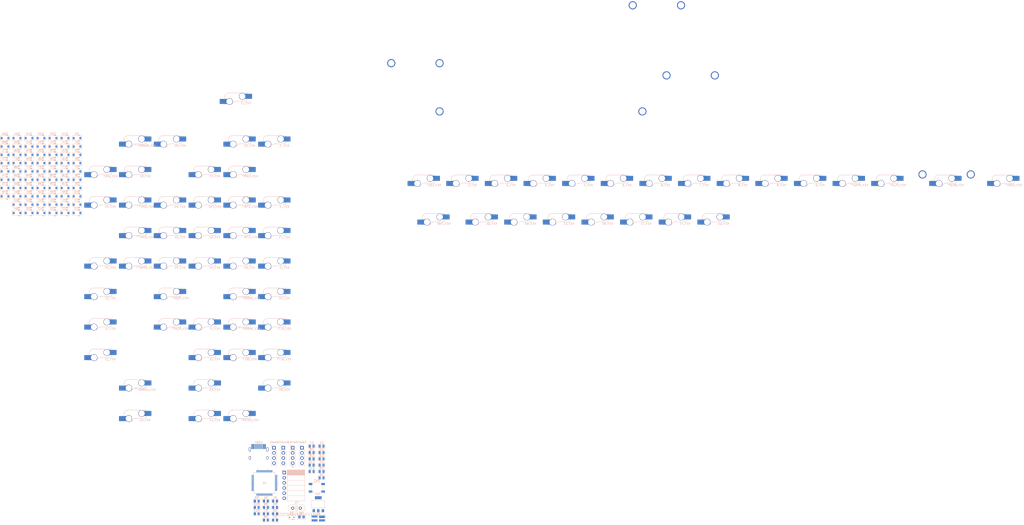
<source format=kicad_pcb>
(kicad_pcb (version 20241229) (generator "pcbnew") (generator_version "9.0")
  (layers (0 "F.Cu" signal) (4 "In1.Cu" signal) (6 "In2.Cu" signal) (2 "B.Cu" signal) (13 "F.Paste" user) (15 "B.Paste" user) (5 "F.SilkS" user "F.Silkscreen") (7 "B.SilkS" user "B.Silkscreen") (1 "F.Mask" user) (3 "B.Mask" user) (25 "Edge.Cuts" user))
  (net 0 "")
  (net 1 "GND")
  (net 2 "+3.3V")
  (net 3 "+5V")
  (net 4 "Net-(D3-A)")
  (net 5 "Net-(D4-A)")
  (net 6 "Net-(D5-A)")
  (net 7 "Net-(D6-A)")
  (net 8 "Net-(D7-A)")
  (net 9 "Net-(D8-A)")
  (net 10 "Net-(D9-A)")
  (net 11 "Net-(D10-A)")
  (net 12 "Net-(D11-A)")
  (net 13 "Net-(D12-A)")
  (net 14 "Net-(D13-A)")
  (net 15 "Net-(D14-A)")
  (net 16 "Net-(D15-A)")
  (net 17 "Net-(D16-A)")
  (net 18 "Net-(D17-A)")
  (net 19 "Net-(D18-A)")
  (net 20 "Net-(D19-A)")
  (net 21 "Net-(D20-A)")
  (net 22 "Net-(D21-A)")
  (net 23 "Net-(D22-A)")
  (net 24 "Net-(D23-A)")
  (net 25 "Net-(D29-A)")
  (net 26 "Net-(D30-A)")
  (net 27 "Net-(D31-A)")
  (net 28 "Net-(D32-A)")
  (net 29 "Net-(D33-A)")
  (net 30 "Net-(D24-A)")
  (net 31 "Net-(D25-A)")
  (net 32 "Net-(D26-A)")
  (net 33 "Net-(D27-A)")
  (net 34 "Net-(D28-A)")
  (net 35 "Net-(D34-A)")
  (net 36 "/COL2")
  (net 37 "/COL3")
  (net 38 "/COL4")
  (net 39 "/COL5")
  (net 40 "/COL1")
  (net 41 "/ROT_TIMB")
  (net 42 "/ROT_TIMA")
  (net 43 "Net-(U1-OSCIN)")
  (net 44 "Net-(U1-OSCOUT)")
  (net 45 "Net-(U1-VCAP)")
  (net 46 "/NRST")
  (net 47 "/D+")
  (net 48 "/D-")
  (net 49 "/ROW1")
  (net 50 "/ROW2")
  (net 51 "/ROW3")
  (net 52 "/ROW4")
  (net 53 "/ROW5")
  (net 54 "Net-(D35-A)")
  (net 55 "/ROT_SW")
  (net 56 "/UART_TX_EAST")
  (net 57 "/UART_RX_EAST")
  (net 58 "Net-(U1-VDDA)")
  (net 59 "/RGB_DATAIN")
  (net 60 "Net-(D36-A)")
  (net 61 "Net-(D37-A)")
  (net 62 "Net-(D38-A)")
  (net 63 "Net-(D39-A)")
  (net 64 "Net-(D40-A)")
  (net 65 "Net-(D41-A)")
  (net 66 "Net-(D42-A)")
  (net 67 "Net-(D43-A)")
  (net 68 "Net-(D44-A)")
  (net 69 "Net-(D45-A)")
  (net 70 "Net-(D46-A)")
  (net 71 "Net-(D47-A)")
  (net 72 "Net-(D48-A)")
  (net 73 "Net-(D50-A)")
  (net 74 "Net-(D51-A)")
  (net 75 "Net-(D52-A)")
  (net 76 "Net-(D53-A)")
  (net 77 "Net-(D54-A)")
  (net 78 "Net-(D55-A)")
  (net 79 "Net-(D56-A)")
  (net 80 "Net-(D57-A)")
  (net 81 "Net-(D58-A)")
  (net 82 "/UART_TX_NORTH")
  (net 83 "/UART_RX_NORTH")
  (net 84 "Net-(USB1-CC2)")
  (net 85 "Net-(USB1-CC1)")
  (net 86 "Net-(U1-PA11)")
  (net 87 "Net-(U1-PA12)")
  (net 88 "Net-(U1-BOOT)")
  (net 89 "/JTCLK")
  (net 90 "Net-(J1-Pin_2)")
  (net 91 "/JTMS")
  (net 92 "Net-(J1-Pin_4)")
  (net 93 "Net-(J1-Pin_5)")
  (net 94 "Net-(J1-Pin_6)")
  (net 95 "/SWO")
  (net 96 "/UART_TX_SOUTH")
  (net 97 "/UART_RX_SOUTH")
  (net 99 "AGND")
  (net 100 "Net-(D59-A)")
  (net 101 "/UART_TX_WEST")
  (net 104 "Net-(D60-A)")
  (net 105 "Net-(D61-A)")
  (net 106 "Net-(D62-A)")
  (net 109 "Net-(D64-A)")
  (net 111 "Net-(D65-A)")
  (net 112 "Net-(D68-A)")
  (net 113 "/UART_RX_WEST")
  (net 114 "Net-(D71-A)")
  (net 115 "Net-(D72-A)")
  (net 116 "Net-(D73-A)")
  (net 119 "Net-(D2-A)")
  (net 124 "Net-(D74-A)")
  (net 125 "Net-(D75-A)")
  (net 126 "Net-(D76-A)")
  (net 127 "/COL12")
  (net 128 "/COL9")
  (net 129 "/COL10")
  (net 130 "/COL11")
  (net 131 "/COL6")
  (net 132 "/COL7")
  (net 133 "/COL8")
  (net 134 "/COL14")
  (net 135 "/COL13")
  (net 136 "/COL15")
  (footprint "PCM_marbastlib-mx:STAB_MX_P_6.25u" (layer "F.Cu") (at 95.25 4.7625)
    (property "Reference" "Space_Stab1" (hide yes))
    (property "Value" "MX_stab")
  )
  (footprint "PCM_marbastlib-mx:STAB_MX_P_2u" (layer "F.Cu") (at 295.275 35.8775)
    (property "Reference" "BackspStab1" (hide yes))
    (property "Value" "MX_stab")
  )
  (footprint "PCM_marbastlib-mx:STAB_MX_P_2u" (layer "F.Cu") (at 169.06875 -13.0175)
    (property "Reference" "RightStab1" (hide yes))
    (property "Value" "MX_stab")
  )
  (footprint "PCM_marbastlib-mx:STAB_MX_P_2.25u" (layer "F.Cu") (at 33.3375 -19.05)
    (property "Reference" "LeftStab1" (hide yes))
    (property "Value" "MX_stab")
  )
  (footprint "PCM_marbastlib-mx:STAB_MX_P_2.25u" (layer "F.Cu") (at 152.4 -47.625)
    (property "Reference" "EnterStab1" (hide yes))
    (property "Value" "MX_stab")
  )
  (footprint "PCM_Resistor_SMD_AKL:R_0805_2012Metric" (layer "B.Cu") (at -40.389 193.232 180)
    (property "Reference" "R6")
    (property "Value" "22" (hide yes))
  )
  (footprint "PCM_marbastlib-mx:SW_MX_HS_CPG151101S11_1u" (layer "B.Cu") (at 57.15 35.8775 180)
    (property "Reference" "KEY_1")
    (property "Value" "MX_SW_HS")
  )
  (footprint "PCM_marbastlib-mx:SW_MX_HS_CPG151101S11_1u" (layer "B.Cu") (at -87.038824 76.667 180)
    (property "Reference" "KEY_P1")
    (property "Value" "MX_SW_HS")
  )
  (footprint "PCM_Diode_SMD_AKL:D_SOD-123" (layer "B.Cu") (at -151.269 23.292 180)
    (property "Reference" "D36")
    (property "Value" "1N4148W" (hide yes))
  )
  (footprint "PCM_Capacitor_SMD_AKL:C_0805_2012Metric" (layer "B.Cu") (at -17.821682 166.122 180)
    (property "Reference" "C8")
    (property "Value" "10uF" (hide yes))
  )
  (footprint "PCM_marbastlib-mx:SW_MX_HS_CPG151101S11_1u" (layer "B.Cu") (at 323.85 35.8775 180)
    (property "Reference" "KEY_HOME1")
    (property "Value" "MX_SW_HS")
  )
  (footprint "PCM_Diode_SMD_AKL:D_SOD-123" (layer "B.Cu") (at -163.109 15.092 180)
    (property "Reference" "D55")
    (property "Value" "1N4148W" (hide yes))
  )
  (footprint "PCM_marbastlib-mx:SW_MX_HS_CPG151101S11_1u" (layer "B.Cu") (at -35.588824 61.617 180)
    (property "Reference" "KEY_/1")
    (property "Value" "MX_SW_HS")
  )
  (footprint "PCM_Diode_SMD_AKL:D_SOD-123" (layer "B.Cu") (at -169.029 19.192 180)
    (property "Reference" "D71")
    (property "Value" "1N4148W" (hide yes))
  )
  (footprint "PCM_marbastlib-mx:SW_MX_HS_CPG151101S11_1u" (layer "B.Cu") (at 228.6 35.8775 180)
    (property "Reference" "KEY_0")
    (property "Value" "MX_SW_HS")
  )
  (footprint "PCM_marbastlib-mx:SW_MX_HS_CPG151101S11_1u" (layer "B.Cu") (at -87.038824 16.467 180)
    (property "Reference" "KEY_M1")
    (property "Value" "MX_SW_HS")
  )
  (footprint "PCM_Diode_SMD_AKL:D_SOD-123" (layer "B.Cu") (at -151.269 31.492 180)
    (property "Reference" "D38")
    (property "Value" "1N4148W" (hide yes))
  )
  (footprint "PCM_Diode_SMD_AKL:D_SOD-123" (layer "B.Cu") (at -139.429 47.892 180)
    (property "Reference" "D22")
    (property "Value" "1N4148W" (hide yes))
  )
  (footprint "PCM_marbastlib-mx:SW_MX_HS_CPG151101S11_1u" (layer "B.Cu") (at -104.188824 151.917 180)
    (property "Reference" "KEY_V1")
    (property "Value" "MX_SW_HS")
  )
  (footprint "PCM_marbastlib-mx:SW_MX_HS_CPG151101S11_1u" (layer "B.Cu") (at -69.888824 151.917 180)
    (property "Reference" "KEY_L1")
    (property "Value" "MX_SW_HS")
  )
  (footprint "PCM_Diode_SMD_AKL:D_SOD-123" (layer "B.Cu") (at -145.349 35.592 180)
    (property "Reference" "D29")
    (property "Value" "1N4148W" (hide yes))
  )
  (footprint "PCM_marbastlib-mx:SW_MX_HS_CPG151101S11_1u" (layer "B.Cu") (at 180.975 54.9275 180)
    (property "Reference" "KEY_U1")
    (property "Value" "MX_SW_HS")
  )
  (footprint "PCM_Resistor_SMD_AKL:R_0805_2012Metric" (layer "B.Cu") (at -44.909 196.352 180)
    (property "Reference" "R13")
    (property "Value" "DNP" (hide yes))
  )
  (footprint "PCM_marbastlib-mx:SW_MX_HS_CPG151101S11_1u" (layer "B.Cu") (at -104.188824 16.467 180)
    (property "Reference" "KEY_RARROW1")
    (property "Value" "MX_SW_HS")
  )
  (footprint "PCM_Diode_SMD_AKL:D_SOD-123" (layer "B.Cu") (at -139.429 31.492 180)
    (property "Reference" "D18")
    (property "Value" "1N4148W" (hide yes))
  )
  (footprint "PCM_Diode_SMD_AKL:D_SOD-123" (layer "B.Cu") (at -133.509 10.992 180)
    (property "Reference" "D3")
    (property "Value" "1N4148W" (hide yes))
  )
  (footprint "PCM_marbastlib-mx:SW_MX_HS_CPG151101S11_1u" (layer "B.Cu") (at -52.738824 46.567 180)
    (property "Reference" "KEY_CTRL1")
    (property "Value" "MX_SW_HS")
  )
  (footprint "PCM_Diode_SMD_AKL:D_SOD-123" (layer "B.Cu") (at -145.349 10.992 180)
    (property "Reference" "D23")
    (property "Value" "1N4148W" (hide yes))
  )
  (footprint "PCM_marbastlib-mx:SW_MX_HS_CPG151101S11_1u" (layer "B.Cu") (at -104.188824 76.667 180)
    (property "Reference" "KEY_SPACE1")
    (property "Value" "MX_SW_HS")
  )
  (footprint "PCM_marbastlib-mx:SW_MX_HS_CPG151101S11_1u" (layer "B.Cu") (at -52.738824 76.667 180)
    (property "Reference" "KEY_D1")
    (property "Value" "MX_SW_HS")
  )
  (footprint "PCM_Diode_SMD_AKL:D_SOD-123" (layer "B.Cu") (at -163.109 31.492 180)
    (property "Reference" "D59")
    (property "Value" "1N4148W" (hide yes))
  )
  (footprint "PCM_Diode_SMD_AKL:D_SOD-123" (layer "B.Cu") (at -169.029 10.992 180)
    (property "Reference" "D65")
    (property "Value" "1N4148W" (hide yes))
  )
  (footprint "Connector_PinSocket_2.54mm:PinSocket_1x04_P2.54mm_Vertical" (layer "B.Cu") (at -27.184 163.767 180)
    (property "Reference" "North1")
    (property "Value" "Conn_01x04")
  )
  (footprint "PCM_Resistor_SMD_AKL:R_0805_2012Metric" (layer "B.Cu") (at -40.389 190.112 180)
    (property "Reference" "R5")
    (property "Value" "10k" (hide yes))
  )
  (footprint "PCM_Resistor_SMD_AKL:R_0805_2012Metric" (layer "B.Cu") (at -44.909 193.232 180)
    (property "Reference" "R10")
    (property "Value" "DNP" (hide yes))
  )
  (footprint "Connector_PinSocket_2.54mm:PinSocket_1x04_P2.54mm_Vertical" (layer "B.Cu") (at -36.384 163.767 180)
    (property "Reference" "West1")
    (property "Value" "Conn_01x04")
  )
  (footprint "PCM_Diode_SMD_AKL:D_SOD-123" (layer "B.Cu") (at -151.269 39.692 180)
    (property "Reference" "D40")
    (property "Value" "1N4148W" (hide yes))
  )
  (footprint "PCM_marbastlib-mx:SW_MX_HS_CPG151101S11_1u" (layer "B.Cu") (at -121.338824 46.567 180)
    (property "Reference" "KEY_X1")
    (property "Value" "MX_SW_HS")
  )
  (footprint "PCM_Diode_SMD_AKL:D_SOD-123" (layer "B.Cu") (at -145.349 23.292 180)
    (property "Reference" "D26")
    (property "Value" "1N4148W" (hide yes))
  )
  (footprint "PCM_Diode_SMD_AKL:D_SOD-123" (layer "B.Cu") (at -163.109 43.792 180)
    (property "Reference" "D62")
    (property "Value" "1N4148W" (hide yes))
  )
  (footprint "PCM_Diode_SMD_AKL:D_SOD-123" (layer "B.Cu") (at -139.429 27.392 180)
    (property "Reference" "D17")
    (property "Value" "1N4148W" (hide yes))
  )
  (footprint "PCM_marbastlib-mx:SW_MX_HS_CPG151101S11_1u" (layer "B.Cu") (at 76.2 35.8775 180)
    (property "Reference" "KEY_2")
    (property "Value" "MX_SW_HS")
  )
  (footprint "PCM_Diode_SMD_AKL:D_SOD-123" (layer "B.Cu") (at -139.429 15.092 180)
    (property "Reference" "D14")
    (property "Value" "1N4148W" (hide yes))
  )
  (footprint "PCM_marbastlib-mx:SW_MX_HS_CPG151101S11_1u" (layer "B.Cu") (at -69.888824 76.667 180)
    (property "Reference" "KEY_H1")
    (property "Value" "MX_SW_HS")
  )
  (footprint "PCM_marbastlib-mx:SW_MX_HS_CPG151101S11_1u" (layer "B.Cu") (at 190.5 35.8775 180)
    (property "Reference" "KEY_8")
    (property "Value" "MX_SW_HS")
  )
  (footprint "PCM_marbastlib-mx:SW_MX_HS_CPG151101S11_1u" (layer "B.Cu") (at 152.4 35.8775 180)
    (property "Reference" "KEY_6")
    (property "Value" "MX_SW_HS")
  )
  (footprint "PCM_Diode_SMD_AKL:D_SOD-123" (layer "B.Cu") (at -151.269 47.892 180)
    (property "Reference" "D42")
    (property "Value" "1N4148W" (hide yes))
  )
  (footprint "PCM_marbastlib-mx:SW_MX_HS_CPG151101S11_1u" (layer "B.Cu") (at -69.888824 46.567 180)
    (property "Reference" "KEY_FN1")
    (property "Value" "MX_SW_HS")
  )
  (footprint "PCM_marbastlib-mx:SW_MX_HS_CPG151101S11_1u" (layer "B.Cu") (at 38.0775 35.8775 180)
    (property "Reference" "KEY_ESC1")
    (property "Value" "MX_SW_HS")
  )
  (footprint "PCM_Diode_SMD_AKL:D_SOD-123" (layer "B.Cu") (at -151.269 10.992 180)
    (property "Reference" "D33")
    (property "Value" "1N4148W" (hide yes))
  )
  (footprint "PCM_marbastlib-mx:SW_MX_HS_CPG151101S11_1u" (layer "B.Cu") (at 95.25 35.8775 180)
    (property "Reference" "KEY_3")
    (property "Value" "MX_SW_HS")
  )
  (footprint "PCM_marbastlib-mx:SW_MX_HS_CPG151101S11_1u" (layer "B.Cu") (at -35.588824 91.717 180)
    (property "Reference" "KEY_A1")
    (property "Value" "MX_SW_HS")
  )
  (footprint "PCM_marbastlib-mx:SW_MX_HS_CPG151101S11_1u" (layer "B.Cu") (at -87.038824 61.617 180)
    (property "Reference" "KEY_O1")
    (property "Value" "MX_SW_HS")
  )
  (footprint "PCM_Diode_SMD_AKL:D_SOD-123" (layer "B.Cu") (at -151.269 19.192 180)
    (property "Reference" "D35")
    (property "Value" "1N4148W" (hide yes))
  )
  (footprint "PCM_marbastlib-mx:SW_MX_HS_CPG151101S11_1u" (layer "B.Cu") (at -52.738824 91.717 180)
    (property "Reference" "KEY_DARROW1")
    (property "Value" "MX_SW_HS")
  )
  (footprint "PCM_marbastlib-mx:SW_MX_HS_CPG151101S11_1u" (layer "B.Cu") (at -87.038824 46.567 180)
    (property "Reference" "KEY_N1")
    (property "Value" "MX_SW_HS")
  )
  (footprint "PCM_Diode_SMD_AKL:D_SOD-123" (layer "B.Cu") (at -169.029 23.292 180)
    (property "Reference" "D72")
    (property "Value" "1N4148W" (hide yes))
  )
  (footprint "PCM_Diode_SMD_AKL:D_SOD-123" (layer "B.Cu") (at -133.509 47.892 180)
    (property "Reference" "D12")
    (property "Value" "1N4148W" (hide yes))
  )
  (footprint "PCM_Diode_SMD_AKL:D_SOD-123" (layer "B.Cu") (at -157.189 15.092 180)
    (property "Reference" "D44")
    (property "Value" "1N4148W" (hide yes))
  )
  (footprint "PCM_Diode_SMD_AKL:D_SOD-123" (layer "B.Cu") (at -133.509 15.092 180)
    (property "Reference" "D4")
    (property "Value" "1N4148W" (hide yes))
  )
  (footprint "PCM_marbastlib-mx:SW_MX_HS_CPG151101S11_1u" (layer "B.Cu") (at -52.738824 121.817 180)
    (property "Reference" "KEY_DEL1")
    (property "Value" "MX_SW_HS")
  )
  (footprint "PCM_Resistor_SMD_AKL:R_0805_2012Metric" (layer "B.Cu") (at -35.869 196.352 180)
    (property "Reference" "R3")
    (property "Value" "22" (hide yes))
  )
  (footprint "PCM_marbastlib-mx:SW_MX_HS_CPG151101S11_1u" (layer "B.Cu") (at 142.875 54.9275 180)
    (property "Reference" "KEY_T1")
    (property "Value" "MX_SW_HS")
  )
  (footprint "PCM_marbastlib-mx:SW_MX_HS_CPG151101S11_1u" (layer "B.Cu") (at 114.3 35.8775 180)
    (property "Reference" "KEY_4")
    (property "Value" "MX_SW_HS")
  )
  (footprint "PCM_Diode_SMD_AKL:D_SOD-123" (layer "B.Cu") (at -151.269 35.592 180)
    (property "Reference" "D39")
    (property "Value" "1N4148W" (hide yes))
  )
  (footprint "PCM_Capacitor_SMD_AKL:C_0805_2012Metric" (layer "B.Cu") (at -12.939894 178.602 180)
    (property "Reference" "C6")
    (property "Value" "100nF" (hide yes))
  )
  (footprint "PCM_Resistor_SMD_AKL:R_0805_2012Metric" (layer "B.Cu") (at -40.389 196.352 180)
    (property "Reference" "R7")
    (property "Value" "22" (hide yes))
  )
  (footprint "PCM_Capacitor_SMD_AKL:C_0805_2012Metric" (layer "B.Cu") (at -12.939894 166.122 180)
    (property "Reference" "C2")
    (property "Value" "20pF" (hide yes))
  )
  (footprint "PCM_Diode_SMD_AKL:D_SOD-123" (layer "B.Cu") (at -139.429 35.592 180)
    (property "Reference" "D19")
    (property "Value" "1N4148W" (hide yes))
  )
  (footprint "PCM_Capacitor_SMD_AKL:C_0805_2012Metric" (layer "B.Cu") (at -17.821682 169.242 180)
    (property "Reference" "C9")
    (property "Value" "4.7uF" (hide yes))
  )
  (footprint "PCM_Diode_SMD_AKL:D_SOD-123" (layer "B.Cu") (at -157.189 31.492 180)
    (property "Reference" "D48")
    (property "Value" "1N4148W" (hide yes))
  )
  (footprint "PCM_Diode_SMD_AKL:D_SOD-123" (layer "B.Cu") (at -145.349 27.392 180)
    (property "Reference" "D27")
    (property "Value" "1N4148W" (hide yes))
  )
  (footprint "PCM_marbastlib-mx:SW_MX_HS_CPG151101S11_1u" (layer "B.Cu") (at 66.675 54.9275 180)
    (property "Reference" "KEY_Q1")
    (property "Value" "MX_SW_HS")
  )
  (footprint "PCM_marbastlib-mx:SW_MX_HS_CPG151101S11_1u" (layer "B.Cu") (at -104.188824 136.867 180)
    (property "Reference" "KEY_UARROW1")
    (property "Value" "MX_SW_HS")
  )
  (footprint "PCM_Diode_SMD_AKL:D_SOD-123" (layer "B.Cu") (at -151.269 43.792 180)
    (property "Reference" "D41")
    (property "Value" "1N4148W" (hide yes))
  )
  (footprint "PCM_Diode_SMD_AKL:D_SOD-123" (layer "B.Cu") (at -133.509 35.592 180)
    (property "Reference" "D9")
    (property "Value" "1N4148W" (hide yes))
  )
  (footprint "PCM_Diode_SMD_AKL:D_SOD-123" (layer "B.Cu") (at -133.509 19.192 180)
    (property "Reference" "D5")
    (property "Value" "1N4148W" (hide yes))
  )
  (footprint "PCM_Diode_SMD_AKL:D_SOD-123" (layer "B.Cu") (at -133.509 43.792 180)
    (property "Reference" "D11")
    (property "Value" "1N4148W" (hide yes))
  )
  (footprint "PCM_Diode_SMD_AKL:D_SOD-123" (layer "B.Cu") (at -163.109 35.592 180)
    (property "Reference" "D60")
    (property "Value" "1N4148W" (hide yes))
  )
  (footprint "PCM_Capacitor_SMD_AKL:C_0805_2012Metric" (layer "B.Cu") (at -12.939894 172.362 180)
    (property "Reference" "C4")
    (property "Value" "100nF" (hide yes))
  )
  (footprint "PCM_Diode_SMD_AKL:D_SOD-123" (layer "B.Cu") (at -163.109 10.992 180)
    (property "Reference" "D54")
    (property "Value" "1N4148W" (hide yes))
  )
  (footprint "Type-C.pretty-master:HRO-TYPE-C-31-M-12-HandSoldering" (layer "B.Cu") (at -43.979 171.362 180)
    (property "Reference" "USB1")
    (property "Value" "HRO-TYPE-C-31-M-12")
  )
  (footprint "PCM_Diode_SMD_AKL:D_SOD-123" (layer "B.Cu") (at -133.509 23.292 180)
    (property "Reference" "D6")
    (property "Value" "1N4148W" (hide yes))
  )
  (footprint "PCM_marbastlib-mx:SW_MX_HS_CPG151101S11_1u" (layer "B.Cu") (at -35.588824 106.767 180)
    (property "Reference" "KEY_ALT1")
    (property "Value" "MX_SW_HS")
  )
  (footprint "PCM_marbastlib-mx:SW_MX_HS_CPG151101S11_1u" (layer "B.Cu") (at 123.825 54.9275 180)
    (property "Reference" "KEY_R1")
    (property "Value" "MX_SW_HS")
  )
  (footprint "PCM_marbastlib-mx:SW_MX_HS_CPG151101S11_1u" (layer "B.Cu") (at -121.338824 91.717 180)
    (property "Reference" "KEY_[1")
    (property "Value" "MX_SW_HS")
  )
  (footprint "PCM_Diode_SMD_AKL:D_SOD-123" (layer "B.Cu") (at -169.029 35.592 180)
    (property "Reference" "D75")
    (property "Value" "1N4148W" (hide yes))
  )
  (footprint "PCM_marbastlib-mx:SW_MX_HS_CPG151101S11_1u" (layer "B.Cu") (at -69.888824 136.867 180)
    (property "Reference" "KEY_K1")
    (property "Value" "MX_SW_HS")
  )
  (footprint "PCM_marbastlib-mx:SW_MX_HS_CPG151101S11_1u" (layer "B.Cu") (at -104.188824 46.567 180)
    (property "Reference" "KEY_SHIFT1")
    (property "Value" "MX_SW_HS")
  )
  (footprint "PCM_marbastlib-various:SW_SPST_SKQG_WithStem" (layer "B.Cu") (at -15.274 183.537 180)
    (property "Reference" "SW2")
    (property "Value" "Push_Button")
  )
  (footprint "PCM_Diode_SMD_AKL:D_SOD-123" (layer "B.Cu") (at -163.109 27.392 180)
    (property "Reference" "D58")
    (property "Value" "1N4148W" (hide yes))
  )
  (footprint "PCM_Diode_SMD_AKL:D_SOD-123" (layer "B.Cu") (at -139.429 39.692 180)
    (property "Reference" "D20")
    (property "Value" "1N4148W" (hide yes))
  )
  (footprint "PCM_Diode_SMD_AKL:D_SOD-123" (layer "B.Cu") (at -139.429 19.192 180)
    (property "Reference" "D15")
    (property "Value" "1N4148W" (hide yes))
  )
  (footprint "PCM_marbastlib-mx:SW_MX_HS_CPG151101S11_1u" (layer "B.Cu") (at 42.8625 54.9275 180)
    (property "Reference" "KEY_TAB1")
    (property "Value" "MX_SW_HS")
  )
  (footprint "PCM_Diode_SMD_AKL:D_SOD-323" (layer "B.Cu") (at -27.639 198.092 180)
    (property "Reference" "D2")
    (property "Value" "BAT60JFILM" (hide yes))
  )
  (footprint "PCM_Diode_SMD_AKL:D_SOD-123" (layer "B.Cu") (at -157.189 43.792 180)
    (property "Reference" "D52")
    (property "Value" "1N4148W" (hide yes))
  )
  (footprint "PCM_marbastlib-mx:SW_MX_HS_CPG151101S11_1u" (layer "B.Cu") (at 104.775 54.9275 180)
    (property "Reference" "KEY_E1")
    (property "Value" "MX_SW_HS")
  )
  (footprint "PCM_marbastlib-mx:SW_MX_HS_CPG151101S11_1u" (layer "B.Cu") (at -121.338824 31.517 180)
    (property "Reference" "KEY_WIN1")
    (property "Value" "MX_SW_HS")
  )
  (footprint "PCM_Diode_SMD_AKL:D_SOD-123" (layer "B.Cu") (at -157.189 47.892 180)
    (property "Reference" "D53")
    (property "Value" "1N4148W" (hide yes))
  )
  (footprint "PCM_marbastlib-mx:SW_MX_HS_CPG151101S11_1u" (layer "B.Cu") (at -35.588824 136.867 180)
    (property "Reference" "KEY_B1")
    (property "Value" "MX_SW_HS")
  )
  (footprint "PCM_Resistor_SMD_AKL:R_0805_2012Metric" (layer "B.Cu") (at -35.869 193.232 180)
    (property "Reference" "R2")
    (property "Value" "5.1k" (hide yes))
  )
  (footprint "PCM_marbastlib-mx:SW_MX_HS_CPG151101S11_1u" (layer "B.Cu") (at -52.738824 61.617 180)
    (property "Reference" "KEY_CTRL2")
    (property "Value" "MX_SW_HS")
  )
  (footprint "PCM_marbastlib-mx:SW_MX_HS_CPG151101S11_1u" (layer "B.Cu") (at -69.888824 61.617 180)
    (property "Reference" "KEY_G1")
    (property "Value" "MX_SW_HS")
  )
  (footprint "PCM_Capacitor_SMD_AKL:C_0805_2012Metric" (layer "B.Cu") (at -17.821682 172.362 180)
    (property "Reference" "C10")
    (property "Value" "1uF" (hide yes))
  )
  (footprint "PCM_marbastlib-mx:SW_MX_HS_CPG151101S11_1u" (layer "B.Cu") (at -104.188824 31.517 180)
    (property "Reference" "KEY_S1")
    (property "Value" "MX_SW_HS")
  )
  (footprint "PCM_Diode_SMD_AKL:D_SOD-123" (layer "B.Cu") (at -139.429 23.292 180)
    (property "Reference" "D16")
    (property "Value" "1N4148W" (hide yes))
  )
  (footprint "PCM_marbastlib-mx:SW_MX_HS_CPG151101S11_1u" (layer "B.Cu") (at -87.038824 91.717 180)
    (property "Reference" "KEY_PGDN1")
    (property "Value" "MX_SW_HS")
  )
  (footprint "PCM_Capacitor_SMD_AKL:C_0805_2012Metric" (layer "B.Cu") (at -17.821682 175.482 180)
    (property "Reference" "C11")
    (property "Value" "0.1uF" (hide yes))
  )
  (footprint "PCM_Diode_SMD_AKL:D_SOD-123" (layer "B.Cu") (at -157.189 19.192 180)
    (property "Reference" "D45")
    (property "Value" "1N4148W" (hide yes))
  )
  (footprint "PCM_marbastlib-mx:SW_MX_HS_CPG151101S11_1u" (layer "B.Cu") (at -52.738824 31.517 180)
    (property "Reference" "KEY_CAPS1")
    (property "Value" "MX_SW_HS")
  )
  (footprint "PCM_marbastlib-mx:SW_MX_HS_CPG151101S11_1u" (layer "B.Cu") (at -69.888824 31.517 180)
    (property "Reference" "KEY_F1")
    (property "Value" "MX_SW_HS")
  )
  (footprint "PCM_marbastlib-mx:SW_MX_HS_CPG151101S11_1u" (layer "B.Cu") (at -69.888824 106.767 180)
    (property "Reference" "KEY_I1")
    (property "Value" "MX_SW_HS")
  )
  (footprint "PCM_Diode_SMD_AKL:D_SOD-123" (layer "B.Cu") (at -157.189 39.692 180)
    (property "Reference" "D51")
    (property "Value" "1N4148W" (hide yes))
  )
  (footprint "PCM_Diode_SMD_AKL:D_SOD-123" (layer "B.Cu") (at -145.349 15.092 180)
    (property "Reference" "D24")
    (property "Value" "1N4148W" (hide yes))
  )
  (footprint "PCM_marbastlib-mx:SW_MX_HS_CPG151101S11_1u" (layer "B.Cu") (at -121.338824 106.767 180)
    (property "Reference" "KEY_\\1")
    (property "Value" "MX_SW_HS")
  )
  (footprint "PCM_Diode_SMD_AKL:D_SOD-123" (layer "B.Cu") (at -163.109 47.892 180)
    (property "Reference" "D64")
    (property "Value" "1N4148W" (hide yes))
  )
  (footprint "PCM_Diode_SMD_AKL:D_SOD-123" (layer "B.Cu") (at -157.189 35.592 180)
    (property "Reference" "D50")
    (property "Value" "1N4148W" (hide yes))
  )
  (footprint "PCM_Resistor_SMD_AKL:R_0805_2012Metric" (layer "B.Cu") (at -44.909 190.112 180)
    (property "Reference" "R9")
    (property "Value" "22" (hide yes))
  )
  (footprint "PCM_Diode_SMD_AKL:D_SOD-123" (layer "B.Cu") (at -145.349 43.792 180)
    (property "Reference" "D31")
    (property "Value" "1N4148W" (hide yes))
  )
  (footprint "PCM_Fuse_AKL:Fuse_0805_2012Metric_Pad1.15x1.40mm_BigPads" (layer "B.Cu") (at -22.819 197.902 180)
    (property "Reference" "FB1")
    (property "Value" "Ferrite_Bead" (hide yes))
  )
  (footprint "PCM_marbastlib-mx:SW_MX_HS_CPG151101S11_1u" (layer "B.Cu") (at 295.275 35.8775 180)
    (property "Reference" "KEY_BKSP1")
    (property "Value" "MX_SW_HS")
  )
  (footprint "PCM_Diode_SMD_AKL:D_SOD-123" (layer "B.Cu") (at -145.349 19.192 180)
    (property "Reference" "D25")
    (property "Value" "1N4148W" (hide yes))
  )
  (footprint "PCM_marbastlib-mx:SW_MX_HS_CPG151101S11_1u" (layer "B.Cu") (at 247.65 35.8775 180)
    (property "Reference" "KEY_MINUS1")
    (property "Value" "MX_SW_HS")
  )
  (footprint "PCM_Diode_SMD_AKL:D_SOD-123" (layer "B.Cu") (at -169.029 15.092 180)
    (property "Reference" "D68")
    (property "Value" "1N4148W" (hide yes))
  )
  (footprint "PCM_marbastlib-mx:SW_MX_HS_CPG151101S11_1u" (layer "B.Cu") (at -54.5525 -4.60375 180)
    (property "Reference" "KEY_,1")
    (property "Value" "MX_SW_HS")
  )
  (footprint "PCM_Diode_SMD_AKL:D_SOD-123" (layer "B.Cu") (at -157.189 27.392 180)
    (property "Reference" "D47")
    (property "Value" "1N4148W" (hide yes))
  )
  (footprint "PCM_marbastlib-mx:SW_MX_HS_CPG151101S11_1u" (layer "B.Cu") (at -35.588824 76.667 180)
    (property "Reference" "KEY_;1")
    (property "Value" "MX_SW_HS")
  )
  (footprint "PCM_marbastlib-mx:SW_MX_HS_CPG151101S11_1u" (layer "B.Cu") (at 161.925 54.9275 180)
    (property "Reference" "KEY_Y1")
    (property "Value" "MX_SW_HS")
  )
  (footprint "PCM_Diode_SMD_AKL:D_SOD-123" (layer "B.Cu") (at -157.189 23.292 180)
    (property "Reference" "D46")
    (property "Value" "1N4148W" (hide yes))
  )
  (footprint "PCM_Package_TO_SOT_SMD_AKL:SOT-143_Handsoldering" (layer "B.Cu") (at -14.5515 198.637 180)
    (property "Reference" "D1")
    (property "Value" "PRTR5V0U2X")
  )
  (footprint "PCM_Diode_SMD_AKL:D_SOD-123" (layer "B.Cu") (at -151.269 15.092 180)
    (property "Reference" "D34")
    (property "Value" "1N4148W" (hide yes))
  )
  (footprint "Connector_PinSocket_2.54mm:PinSocket_1x06_P2.54mm_Horizontal" (layer "B.Cu") (at -31.334 176.017 180)
    (property "Reference" "J1")
    (property "Value" "Conn_01x06")
  )
  (footprint "PCM_marbastlib-mx:SW_MX_HS_CPG151101S11_1u" (layer "B.Cu") (at 266.6775 35.8775 180)
    (property "Reference" "KEY_PLUS1")
    (property "Value" "MX_SW_HS")
  )
  (footprint "Connector_PinSocket_2.54mm:PinSocket_1x04_P2.54mm_Vertical" (layer "B.Cu") (at -22.584 163.767 180)
    (property "Reference" "East1")
    (property "Value" "Conn_01x04")
  )
  (footprint "PCM_marbastlib-mx:SW_MX_HS_CPG151101S11_1u" (layer "B.Cu") (at -52.738824 16.467 180)
    (property "Reference" "KEY_C1")
    (property "Value" "MX_SW_HS")
  )
  (footprint "PCM_marbastlib-mx:SW_MX_HS_CPG151101S11_1u" (layer "B.Cu") (at 171.45 35.8775 180)
    (property "Reference" "KEY_7")
    (property "Value" "MX_SW_HS")
  )
  (footprint "PCM_Diode_SMD_AKL:D_SOD-123" (layer "B.Cu") (at -145.349 39.692 180)
    (property "Reference" "D30")
    (property "Value" "1N4148W" (hide yes))
  )
  (footprint "PCM_Resistor_SMD_AKL:R_0805_2012Metric" (layer "B.Cu") (at -35.869 199.472 180)
    (property "Reference" "R4")
    (property "Value" "22" (hide yes))
  )
  (footprint "PCM_marbastlib-mx:SW_MX_HS_CPG151101S11_1u" (layer "B.Cu") (at -121.338824 76.667 180)
    (property "Reference" "KEY_Z1")
    (property "Value" "MX_SW_HS")
  )
  (footprint "PCM_Diode_SMD_AKL:D_SOD-123" (layer "B.Cu") (at -151.269 27.392 180)
    (property "Reference" "D37")
    (property "Value" "1N4148W" (hide yes))
  )
  (footprint "PCM_Diode_SMD_AKL:D_SOD-123" (layer "B.Cu") (at -139.429 43.792 180)
    (property "Reference" "D21")
    (property "Value" "1N4148W" (hide yes))
  )
  (footprint "PCM_marbastlib-mx:SW_MX_HS_CPG151101S11_1u" (layer "B.Cu") (at 133.35 35.8775 180)
    (property "Reference" "KEY_5")
    (property "Value" "MX_SW_HS")
  )
  (footprint "PCM_Diode_SMD_AKL:D_SOD-123" (layer "B.Cu") (at -157.189 10.992 180)
    (property "Reference" "D43")
    (property "Value" "1N4148W" (hide yes))
  )
  (footprint "footprints:LQFP64-10x10mm" (layer "B.Cu") (at -41.1123 181.1231 180)
    (property "Reference" "U1")
    (property "Value" "~")
  )
  (footprint "PCM_Diode_SMD_AKL:D_SOD-123" (layer "B.Cu") (at -139.429 10.992 180)
    (property "Reference" "D13")
    (property "Value" "1N4148W" (hide yes))
  )
  (footprint "PCM_Capacitor_SMD_AKL:C_0805_2012Metric" (layer "B.Cu") (at -12.939894 175.482 180)
    (property "Reference" "C5")
    (property "Value" "100nF" (hide yes))
  )
  (footprint "PCM_Capacitor_SMD_AKL:C_0805_2012Metric" (layer "B.Cu") (at -17.821682 163.002 180)
    (property "Reference" "C7")
    (property "Value" "1uF" (hide yes))
  )
  (footprint "PCM_marbastlib-mx:SW_MX_HS_CPG151101S11_1u" (layer "B.Cu") (at -35.588824 16.467 180)
    (property "Reference" "KEY_'1")
    (property "Value" "MX_SW_HS")
  )
  (footprint "PCM_Diode_SMD_AKL:D_SOD-123" (layer "B.Cu") (at -169.029 31.492 180)
    (property "Reference" "D74")
    (property "Value" "1N4148W" (hide yes))
  )
  (footprint "PCM_marbastlib-mx:SW_MX_HS_CPG151101S11_1u" (layer "B.Cu") (at -35.588824 121.817 180)
    (property "Reference" "KEY_ALT2")
    (property "Value" "MX_SW_HS")
  )
  (footprint "PCM_marbastlib-mx:SW_MX_HS_CPG151101S11_1u" (layer "B.Cu") (at -69.888824 121.817 180)
    (property "Reference" "KEY_J1")
    (property "Value" "MX_SW_HS")
  )
  (footprint "PCM_marbastlib-mx:SW_MX_HS_CPG151101S11_1u" (layer "B.Cu") (at 209.55 35.8775 180)
    (property "Reference" "KEY_9")
    (property "Value" "MX_SW_HS")
  )
  (footprint "Connector_PinSocket_2.54mm:PinSocket_1x04_P2.54mm_Vertical" (layer "B.Cu") (at -31.784 163.767 180)
    (property "Reference" "South1")
    (property "Value" "Conn_01x04")
  )
  (footprint "PCM_Crystal_AKL:Crystal_HC52-U_Vertical" (layer "B.Cu") (at -23.384 193.617 180)
    (property "Reference" "Y1")
    (property "Value" "8MHz" (hide yes))
  )
  (footprint "PCM_marbastlib-mx:SW_MX_HS_CPG151101S11_1u" (layer "B.Cu") (at -121.338824 121.817 180)
    (property "Reference" "KEY_]1")
    (property "Value" "MX_SW_HS")
  )
  (footprint "PCM_marbastlib-mx:SW_MX_HS_CPG151101S11_1u" (layer "B.Cu") (at -104.188824 61.617 180)
    (property "Reference" "KEY_SHIFT2")
    (property "Value" "MX_SW_HS")
  )
  (footprint "PCM_Diode_SMD_AKL:D_SOD-123" (layer "B.Cu") (at -169.029 39.692 180)
    (property "Reference" "D76")
    (property "Value" "1N4148W" (hide yes))
  )
  (footprint "PCM_marbastlib-mx:SW_MX_HS_CPG151101S11_1u" (layer "B.Cu") (at -52.738824 106.767 180)
    (property "Reference" "KEY_DARROW2")
    (property "Value" "MX_SW_HS")
  )
  (footprint "PCM_Resistor_SMD_AKL:R_0805_2012Metric" (layer "B.Cu") (at -35.869 190.112 180)
    (property "Reference" "R1")
    (property "Value" "5.1k" (hide yes))
  )
  (footprint "PCM_Diode_SMD_AKL:D_SOD-123" (layer "B.Cu") (at -133.509 27.392 180)
    (property "Reference" "D7")
    (property "Value" "1N4148W" (hide yes))
  )
  (footprint "PCM_Diode_SMD_AKL:D_SOD-123" (layer "B.Cu") (at -145.349 31.492 180)
    (property "Reference" "D28")
    (property "Value" "1N4148W" (hide yes))
  )
  (footprint "PCM_Diode_SMD_AKL:D_SOD-123" (layer "B.Cu") (at -145.349 47.892 180)
    (property "Reference" "D32")
    (property "Value" "1N4148W" (hide yes))
  )
  (footprint "PCM_Diode_SMD_AKL:D_SOD-123" (layer "B.Cu") (at -163.109 23.292 180)
    (property "Reference" "D57")
    (property "Value" "1N4148W" (hide yes))
  )
  (footprint "PCM_Capacitor_SMD_AKL:C_0805_2012Metric" (layer "B.Cu") (at -12.939894 163.002 180)
    (property "Reference" "C1")
    (property "Value" "20pF" (hide yes))
  )
  (footprint "PCM_Resistor_SMD_AKL:R_0805_2012Metric" (layer "B.Cu") (at -40.389 199.472 180)
    (property "Reference" "R8")
    (property "Value" "22" (hide yes))
  )
  (footprint "PCM_marbastlib-mx:SW_MX_HS_CPG151101S11_1u" (layer "B.Cu") (at -52.738824 151.917 180)
    (property "Reference" "KEY_ENTER1")
    (property "Value" "MX_SW_HS")
  )
  (footprint "PCM_Diode_SMD_AKL:D_SOD-123" (layer "B.Cu") (at -133.509 39.692 180)
    (property "Reference" "D10")
    (property "Value" "1N4148W" (hide yes))
  )
  (footprint "PCM_Diode_SMD_AKL:D_SOD-123" (layer "B.Cu") (at -133.509 31.492 180)
    (property "Reference" "D8")
    (property "Value" "1N4148W" (hide yes))
  )
  (footprint "PCM_Diode_SMD_AKL:D_SOD-123" (layer "B.Cu") (at -163.109 19.192 180)
    (property "Reference" "D56")
    (property "Value" "1N4148W" (hide yes))
  )
  (footprint "PCM_Diode_SMD_AKL:D_SOD-123" (layer "B.Cu") (at -163.109 39.692 180)
    (property "Reference" "D61")
    (property "Value" "1N4148W" (hide yes))
  )
  (footprint "PCM_4ms_Package_SOT:SOT223" (layer "B.Cu") (at -14.574 191.637 180)
    (property "Reference" "IC1")
    (property "Value" "LD1117-3.3V-SOT223")
  )
  (footprint "PCM_marbastlib-mx:SW_MX_HS_CPG151101S11_1u" (layer "B.Cu") (at -87.038824 106.767 180)
    (property "Reference" "KEY_PGUP1")
    (property "Value" "MX_SW_HS")
  )
  (footprint "PCM_Capacitor_SMD_AKL:C_0805_2012Metric" (layer "B.Cu") (at -12.939894 169.242 180)
    (property "Reference" "C3")
    (property "Value" "100nF" (hide yes))
  )
  (footprint "PCM_Diode_SMD_AKL:D_SOD-123" (layer "B.Cu") (at -169.029 27.392 180)
    (property "Reference" "D73")
    (property "Value" "1N4148W" (hide yes))
  )
  (footprint "PCM_marbastlib-mx:SW_MX_HS_CPG151101S11_1u" (layer "B.Cu") (at -35.588824 46.567 180)
    (property "Reference" "KEY_.1")
    (property "Value" "MX_SW_HS")
  )
  (footprint "PCM_marbastlib-mx:SW_MX_HS_CPG151101S11_1u" (layer "B.Cu") (at 85.725 54.9275 180)
    (property "Reference" "KEY_W1")
    (property "Value" "MX_SW_HS")
  )
)
</source>
